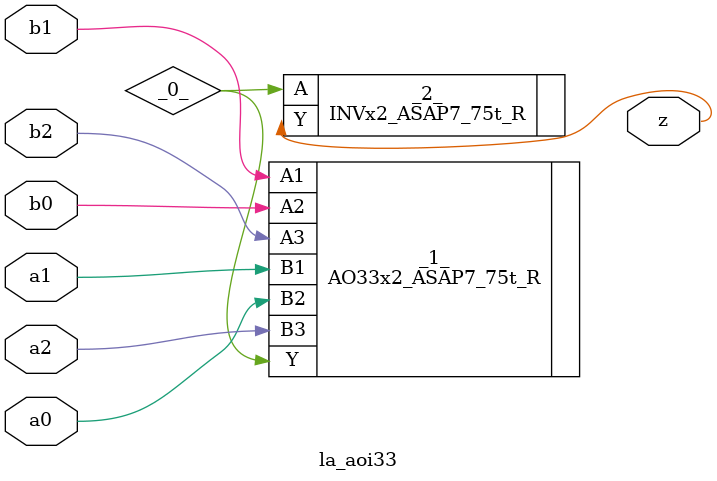
<source format=v>

/* Generated by Yosys 0.44 (git sha1 80ba43d26, g++ 11.4.0-1ubuntu1~22.04 -fPIC -O3) */

(* top =  1  *)
(* src = "generated" *)
(* keep_hierarchy *)
module la_aoi33 (
    a0,
    a1,
    a2,
    b0,
    b1,
    b2,
    z
);
  wire _0_;
  (* src = "generated" *)
  input a0;
  wire a0;
  (* src = "generated" *)
  input a1;
  wire a1;
  (* src = "generated" *)
  input a2;
  wire a2;
  (* src = "generated" *)
  input b0;
  wire b0;
  (* src = "generated" *)
  input b1;
  wire b1;
  (* src = "generated" *)
  input b2;
  wire b2;
  (* src = "generated" *)
  output z;
  wire z;
  AO33x2_ASAP7_75t_R _1_ (
      .A1(b1),
      .A2(b0),
      .A3(b2),
      .B1(a1),
      .B2(a0),
      .B3(a2),
      .Y (_0_)
  );
  INVx2_ASAP7_75t_R _2_ (
      .A(_0_),
      .Y(z)
  );
endmodule

</source>
